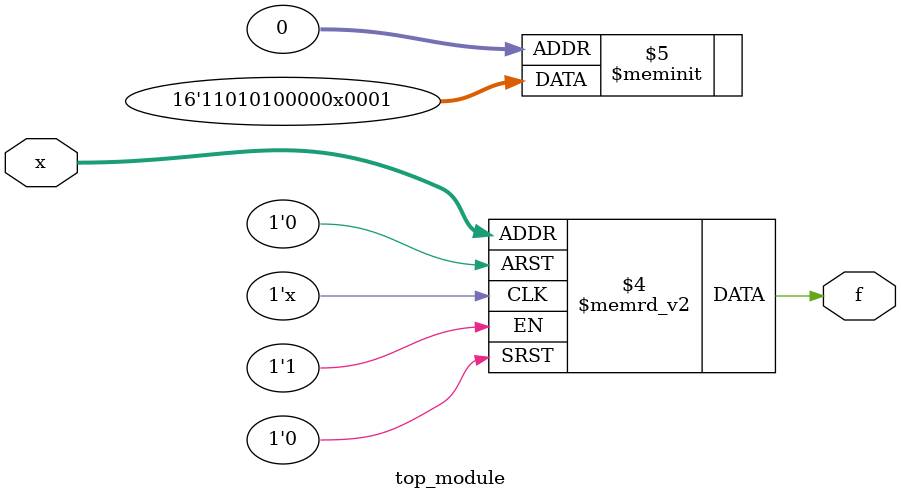
<source format=sv>
module top_module (
    input [4:1] x,
    output logic f
);

always_comb begin
    case (x)
        4'b0000, 4'b1010, 4'b1100, 4'b1111: f = 1'b1;
        4'b0001, 4'b0010, 4'b0011, 4'b0101, 4'b0110, 4'b0111, 4'b1001, 4'b1011, 4'b1101, 4'b1000: f = 1'b0;
        4'b1110: f = 1'b1;
        default: f = 1'bx;
    endcase
end

endmodule

</source>
